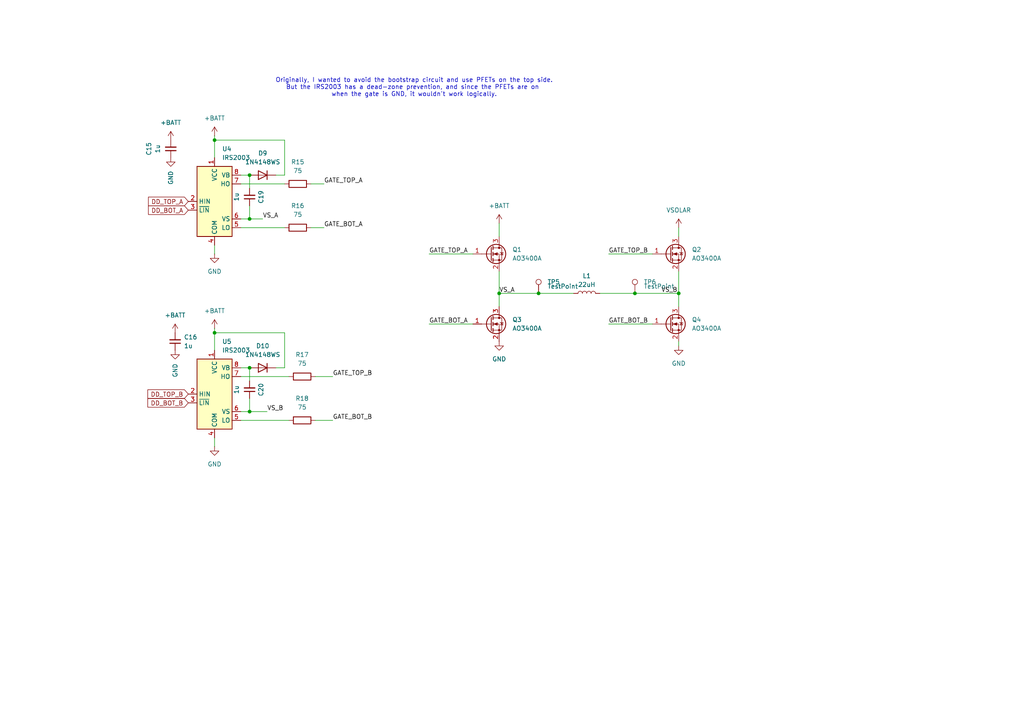
<source format=kicad_sch>
(kicad_sch (version 20231120) (generator "eeschema") (generator_version "8.0")
  (paper "A4")
  (lib_symbols
    (symbol "Connector:TestPoint" (pin_numbers hide) (pin_names (offset 0.762) hide)
      (property "Reference" "TP" (at 0 6.858 0))
      (property "Value" "TestPoint" (at 0 5.08 0))
      (symbol "TestPoint_0_1"
        (circle (center 0 3.302) (radius 0.762))
      )
      (symbol "TestPoint_1_1"
        (pin passive line (at 0 0 90) (length 2.54) (name "1") (number "1"))
      )
    )
    (symbol "Device:C_Small" (pin_numbers hide) (pin_names (offset 0.254) hide)
      (property "Reference" "C" (at 0.254 1.778 0))
      (property "Value" "C_Small" (at 0.254 -2.032 0))
      (symbol "C_Small_0_1"
        (polyline (pts (xy -1.524 -0.508) (xy 1.524 -0.508)) (stroke (width 0.3302)))
        (polyline (pts (xy -1.524 0.508) (xy 1.524 0.508)) (stroke (width 0.3048)))
      )
      (symbol "C_Small_1_1"
        (pin passive line (at 0 2.54 270) (length 2.032) (name "~") (number "1"))
        (pin passive line (at 0 -2.54 90) (length 2.032) (name "~") (number "2"))
      )
    )
    (symbol "Device:L" (pin_numbers hide) (pin_names (offset 1.016) hide)
      (property "Reference" "L" (at -1.27 0 90))
      (property "Value" "L" (at 1.905 0 90))
      (symbol "L_0_1"
        (arc (start 0 -2.54) (mid 0.6323 -1.905) (end 0 -1.27))
        (arc (start 0 -1.27) (mid 0.6323 -0.635) (end 0 0))
        (arc (start 0 0) (mid 0.6323 0.635) (end 0 1.27))
        (arc (start 0 1.27) (mid 0.6323 1.905) (end 0 2.54))
      )
      (symbol "L_1_1"
        (pin passive line (at 0 3.81 270) (length 1.27) (name "1") (number "1"))
        (pin passive line (at 0 -3.81 90) (length 1.27) (name "2") (number "2"))
      )
    )
    (symbol "Device:R" (pin_numbers hide) (pin_names (offset 0))
      (property "Reference" "R" (at 2.032 0 90))
      (property "Value" "R" (at 0 0 90))
      (symbol "R_0_1"
        (rectangle (start -1.016 -2.54) (end 1.016 2.54) (stroke (width 0.254)))
      )
      (symbol "R_1_1"
        (pin passive line (at 0 3.81 270) (length 1.27) (name "~") (number "1"))
        (pin passive line (at 0 -3.81 90) (length 1.27) (name "~") (number "2"))
      )
    )
    (symbol "Diode:1N4148WS" (pin_numbers hide) (pin_names hide)
      (property "Reference" "D" (at 0 2.54 0))
      (property "Value" "1N4148WS" (at 0 -2.54 0))
      (symbol "1N4148WS_0_1"
        (polyline (pts (xy -1.27 1.27) (xy -1.27 -1.27)) (stroke (width 0.254)))
        (polyline (pts (xy 1.27 0) (xy -1.27 0)))
        (polyline (pts (xy 1.27 1.27) (xy 1.27 -1.27) (xy -1.27 0) (xy 1.27 1.27)) (stroke (width 0.254)))
      )
      (symbol "1N4148WS_1_1"
        (pin passive line (at -3.81 0 0) (length 2.54) (name "K") (number "1"))
        (pin passive line (at 3.81 0 180) (length 2.54) (name "A") (number "2"))
      )
    )
    (symbol "Driver_FET:IRS2003"
      (property "Reference" "U" (at 1.27 13.335 0))
      (property "Value" "IRS2003" (at 1.27 11.43 0))
      (symbol "IRS2003_0_1"
        (rectangle (start -5.08 -10.16) (end 5.08 10.16) (stroke (width 0.254)) (fill (type background)))
      )
      (symbol "IRS2003_1_1"
        (pin power_in line (at 0 12.7 270) (length 2.54) (name "VCC") (number "1"))
        (pin input line (at -7.62 0 0) (length 2.54) (name "HIN") (number "2"))
        (pin input line (at -7.62 -2.54 0) (length 2.54) (name "~{LIN}") (number "3"))
        (pin power_in line (at 0 -12.7 90) (length 2.54) (name "COM") (number "4"))
        (pin output line (at 7.62 -7.62 180) (length 2.54) (name "LO") (number "5"))
        (pin passive line (at 7.62 -5.08 180) (length 2.54) (name "VS") (number "6"))
        (pin output line (at 7.62 5.08 180) (length 2.54) (name "HO") (number "7"))
        (pin passive line (at 7.62 7.62 180) (length 2.54) (name "VB") (number "8"))
      )
    )
    (symbol "Transistor_FET:AO3400A" (pin_names hide)
      (property "Reference" "Q" (at 5.08 1.905 0))
      (property "Value" "AO3400A" (at 5.08 0 0))
      (symbol "AO3400A_0_1"
        (polyline (pts (xy 0.254 0) (xy -2.54 0)))
        (polyline (pts (xy 0.254 1.905) (xy 0.254 -1.905)) (stroke (width 0.254)))
        (polyline (pts (xy 0.762 -1.27) (xy 0.762 -2.286)) (stroke (width 0.254)))
        (polyline (pts (xy 0.762 0.508) (xy 0.762 -0.508)) (stroke (width 0.254)))
        (polyline (pts (xy 0.762 2.286) (xy 0.762 1.27)) (stroke (width 0.254)))
        (polyline (pts (xy 2.54 2.54) (xy 2.54 1.778)))
        (polyline (pts (xy 2.54 -2.54) (xy 2.54 0) (xy 0.762 0)))
        (polyline (pts (xy 0.762 -1.778) (xy 3.302 -1.778) (xy 3.302 1.778) (xy 0.762 1.778)))
        (polyline (pts (xy 1.016 0) (xy 2.032 0.381) (xy 2.032 -0.381) (xy 1.016 0)) (fill (type outline)))
        (polyline (pts (xy 2.794 0.508) (xy 2.921 0.381) (xy 3.683 0.381) (xy 3.81 0.254)))
        (polyline (pts (xy 3.302 0.381) (xy 2.921 -0.254) (xy 3.683 -0.254) (xy 3.302 0.381)))
        (circle (center 1.651 0) (radius 2.794) (stroke (width 0.254)))
        (circle (center 2.54 -1.778) (radius 0.254) (fill (type outline)))
        (circle (center 2.54 1.778) (radius 0.254) (fill (type outline)))
      )
      (symbol "AO3400A_1_1"
        (pin input line (at -5.08 0 0) (length 2.54) (name "G") (number "1"))
        (pin passive line (at 2.54 -5.08 90) (length 2.54) (name "S") (number "2"))
        (pin passive line (at 2.54 5.08 270) (length 2.54) (name "D") (number "3"))
      )
    )
    (symbol "power:+BATT" (power) (pin_numbers hide) (pin_names (offset 0) hide)
      (property "Value" "+BATT" (at 0 3.556 0))
      (symbol "+BATT_0_1"
        (polyline (pts (xy -0.762 1.27) (xy 0 2.54)))
        (polyline (pts (xy 0 0) (xy 0 2.54)))
        (polyline (pts (xy 0 2.54) (xy 0.762 1.27)))
      )
      (symbol "+BATT_1_1"
        (pin power_in line (at 0 0 90) (length 0) (name "~") (number "1"))
      )
    )
    (symbol "power:GND" (power) (pin_numbers hide) (pin_names (offset 0) hide)
      (property "Value" "GND" (at 0 -3.81 0))
      (symbol "GND_0_1"
        (polyline (pts (xy 0 0) (xy 0 -1.27) (xy 1.27 -1.27) (xy 0 -2.54) (xy -1.27 -1.27) (xy 0 -1.27)))
      )
      (symbol "GND_1_1"
        (pin power_in line (at 0 0 270) (length 0) (name "~") (number "1"))
      )
    )
    (symbol "power:VPP" (power) (pin_numbers hide) (pin_names (offset 0) hide)
      (property "Value" "VPP" (at 0 3.556 0))
      (symbol "VPP_0_1"
        (polyline (pts (xy -0.762 1.27) (xy 0 2.54)))
        (polyline (pts (xy 0 0) (xy 0 2.54)))
        (polyline (pts (xy 0 2.54) (xy 0.762 1.27)))
      )
      (symbol "VPP_1_1"
        (pin power_in line (at 0 0 90) (length 0) (name "~") (number "1"))
      )
    )
  )
  (junction (at 72.39 63.5))
  (junction (at 184.15 85.09))
  (junction (at 144.78 85.09))
  (junction (at 72.39 106.68))
  (junction (at 62.23 40.64))
  (junction (at 156.21 85.09))
  (junction (at 196.85 85.09))
  (junction (at 72.39 119.38))
  (junction (at 62.23 96.52))
  (junction (at 72.39 50.8))
  (wire (pts (xy 62.23 73.66) (xy 62.23 71.12)))
  (wire (pts (xy 196.85 99.06) (xy 196.85 100.33)))
  (wire (pts (xy 62.23 40.64) (xy 62.23 45.72)))
  (wire (pts (xy 124.46 93.98) (xy 137.16 93.98)))
  (wire (pts (xy 90.17 53.34) (xy 93.98 53.34)))
  (wire (pts (xy 83.82 121.92) (xy 69.85 121.92)))
  (wire (pts (xy 72.39 54.61) (xy 72.39 50.8)))
  (wire (pts (xy 76.2 63.5) (xy 72.39 63.5)))
  (wire (pts (xy 72.39 50.8) (xy 69.85 50.8)))
  (wire (pts (xy 77.47 119.38) (xy 72.39 119.38)))
  (wire (pts (xy 144.78 85.09) (xy 144.78 88.9)))
  (wire (pts (xy 69.85 106.68) (xy 72.39 106.68)))
  (wire (pts (xy 82.55 50.8) (xy 82.55 40.64)))
  (wire (pts (xy 72.39 59.69) (xy 72.39 63.5)))
  (wire (pts (xy 82.55 106.68) (xy 82.55 96.52)))
  (wire (pts (xy 196.85 85.09) (xy 196.85 88.9)))
  (wire (pts (xy 90.17 66.04) (xy 93.98 66.04)))
  (wire (pts (xy 184.15 85.09) (xy 196.85 85.09)))
  (wire (pts (xy 72.39 119.38) (xy 69.85 119.38)))
  (wire (pts (xy 91.44 109.22) (xy 96.52 109.22)))
  (wire (pts (xy 173.99 85.09) (xy 184.15 85.09)))
  (wire (pts (xy 80.01 106.68) (xy 82.55 106.68)))
  (wire (pts (xy 196.85 66.04) (xy 196.85 68.58)))
  (wire (pts (xy 144.78 64.77) (xy 144.78 68.58)))
  (wire (pts (xy 62.23 39.37) (xy 62.23 40.64)))
  (wire (pts (xy 82.55 53.34) (xy 69.85 53.34)))
  (wire (pts (xy 62.23 96.52) (xy 62.23 101.6)))
  (wire (pts (xy 82.55 96.52) (xy 62.23 96.52)))
  (wire (pts (xy 62.23 95.25) (xy 62.23 96.52)))
  (wire (pts (xy 72.39 106.68) (xy 72.39 110.49)))
  (wire (pts (xy 80.01 50.8) (xy 82.55 50.8)))
  (wire (pts (xy 144.78 85.09) (xy 156.21 85.09)))
  (wire (pts (xy 144.78 78.74) (xy 144.78 85.09)))
  (wire (pts (xy 72.39 115.57) (xy 72.39 119.38)))
  (wire (pts (xy 82.55 66.04) (xy 69.85 66.04)))
  (wire (pts (xy 72.39 63.5) (xy 69.85 63.5)))
  (wire (pts (xy 196.85 78.74) (xy 196.85 85.09)))
  (wire (pts (xy 91.44 121.92) (xy 96.52 121.92)))
  (wire (pts (xy 156.21 85.09) (xy 166.37 85.09)))
  (wire (pts (xy 124.46 73.66) (xy 137.16 73.66)))
  (wire (pts (xy 176.53 93.98) (xy 189.23 93.98)))
  (wire (pts (xy 83.82 109.22) (xy 69.85 109.22)))
  (wire (pts (xy 82.55 40.64) (xy 62.23 40.64)))
  (wire (pts (xy 62.23 129.54) (xy 62.23 127)))
  (wire (pts (xy 176.53 73.66) (xy 189.23 73.66)))
  (text "Originally, I wanted to avoid the bootstrap circuit and use PFETs on the top side.\nBut the IRS2003 has a dead-zone prevention, and since the PFETs are on \nwhen the gate is GND, it wouldn't work logically." (at 120.142 25.4 0) (effects (font (size 1.27 1.27))))
  (label "GATE_TOP_A" (at 124.46 73.66 0))
  (label "GATE_TOP_B" (at 176.53 73.66 0))
  (label "VS_B" (at 191.77 85.09 0))
  (label "GATE_TOP_A" (at 93.98 53.34 0))
  (label "GATE_BOT_B" (at 96.52 121.92 0))
  (label "VS_A" (at 76.2 63.5 0))
  (label "GATE_BOT_A" (at 124.46 93.98 0))
  (label "VS_B" (at 77.47 119.38 0))
  (label "GATE_BOT_A" (at 93.98 66.04 0))
  (label "GATE_BOT_B" (at 176.53 93.98 0))
  (label "VS_A" (at 144.78 85.09 0))
  (label "GATE_TOP_B" (at 96.52 109.22 0))
  (global_label "DD_TOP_B" (shape input) (at 54.61 114.3 180) (property "Intersheetrefs" "${INTERSHEET_REFS}" (effects (hide yes))))
  (global_label "DD_BOT_A" (shape input) (at 54.61 60.96 180) (property "Intersheetrefs" "${INTERSHEET_REFS}" (effects (hide yes))))
  (global_label "DD_TOP_A" (shape input) (at 54.61 58.42 180) (property "Intersheetrefs" "${INTERSHEET_REFS}" (effects (hide yes))))
  (global_label "DD_BOT_B" (shape input) (at 54.61 116.84 180) (property "Intersheetrefs" "${INTERSHEET_REFS}" (effects (hide yes))))
  (symbol (lib_id "Connector:TestPoint") (at 156.21 85.09 0) (unit 1)
    (property "Reference" "TP5" (at 158.75 81.7879 0) (effects (justify left)))
    (property "Value" "TestPoint" (at 158.75 83.0579 0) (effects (justify left)))
    (property "Footprint" "TestPoint:TestPoint_Loop_D2.60mm_Drill1.6mm_Beaded" (effects (hide yes)))
    (property "Description" "test point" (effects (hide yes)))
  )
  (symbol (lib_id "Device:R") (at 87.63 109.22 90) (unit 1)
    (property "Reference" "R17" (at 87.63 102.87 90))
    (property "Value" "75" (at 87.63 105.41 90))
    (property "Footprint" "Resistor_SMD:R_0603_1608Metric" (effects (hide yes)))
    (property "Description" "Resistor" (effects (hide yes)))
    (property "LCSC_Code" "C4275" (effects (hide yes)))
  )
  (symbol (lib_id "power:+BATT") (at 62.23 95.25 0) (unit 1)
    (property "Reference" "#PWR036" (effects (hide yes)))
    (property "Value" "+BATT" (at 62.23 90.17 0))
    (property "Description" "Power symbol creates a global label with name \"+BATT\"" (effects (hide yes)))
  )
  (symbol (lib_id "Device:C_Small") (at 72.39 113.03 180) (unit 1)
    (property "Reference" "C20" (at 75.692 113.03 90))
    (property "Value" "1u" (at 68.58 113.0237 90))
    (property "Footprint" "Capacitor_SMD:C_0603_1608Metric" (effects (hide yes)))
    (property "Description" "Unpolarized capacitor, small symbol" (effects (hide yes)))
    (property "LCSC_Code" "C15849" (effects (hide yes)))
  )
  (symbol (lib_id "Device:L") (at 170.18 85.09 90) (unit 1)
    (property "Reference" "L1" (at 170.18 80.01 90))
    (property "Value" "22uH" (at 170.18 82.55 90))
    (property "Footprint" "JakeLib:YSPI0630A" (effects (hide yes)))
    (property "Description" "Inductor" (effects (hide yes)))
    (property "LCSC_Code" "C497873" (effects (hide yes)))
  )
  (symbol (lib_id "power:GND") (at 49.53 45.72 0) (unit 1)
    (property "Reference" "#PWR032" (effects (hide yes)))
    (property "Value" "GND" (at 49.5299 49.53 90) (effects (justify right)))
    (property "Description" "Power symbol creates a global label with name \"GND\" , ground" (effects (hide yes)))
  )
  (symbol (lib_id "power:GND") (at 62.23 73.66 0) (unit 1)
    (property "Reference" "#PWR035" (effects (hide yes)))
    (property "Value" "GND" (at 62.23 78.74 0))
    (property "Description" "Power symbol creates a global label with name \"GND\" , ground" (effects (hide yes)))
  )
  (symbol (lib_id "Device:C_Small") (at 50.8 99.06 180) (unit 1)
    (property "Reference" "C16" (at 53.34 97.7835 0) (effects (justify right)))
    (property "Value" "1u" (at 53.34 100.3235 0) (effects (justify right)))
    (property "Footprint" "Capacitor_SMD:C_0603_1608Metric" (effects (hide yes)))
    (property "Description" "Unpolarized capacitor, small symbol" (effects (hide yes)))
    (property "LCSC_Code" "C15849" (effects (hide yes)))
  )
  (symbol (lib_id "power:+BATT") (at 50.8 96.52 0) (unit 1)
    (property "Reference" "#PWR037" (effects (hide yes)))
    (property "Value" "+BATT" (at 50.8 91.44 0))
    (property "Description" "Power symbol creates a global label with name \"+BATT\"" (effects (hide yes)))
  )
  (symbol (lib_id "power:GND") (at 144.78 99.06 0) (unit 1)
    (property "Reference" "#PWR038" (effects (hide yes)))
    (property "Value" "GND" (at 144.78 104.14 0))
    (property "Description" "Power symbol creates a global label with name \"GND\" , ground" (effects (hide yes)))
  )
  (symbol (lib_id "power:+BATT") (at 62.23 39.37 0) (unit 1)
    (property "Reference" "#PWR030" (effects (hide yes)))
    (property "Value" "+BATT" (at 62.23 34.29 0))
    (property "Description" "Power symbol creates a global label with name \"+BATT\"" (effects (hide yes)))
  )
  (symbol (lib_id "power:GND") (at 50.8 101.6 0) (unit 1)
    (property "Reference" "#PWR040" (effects (hide yes)))
    (property "Value" "GND" (at 50.7999 105.41 90) (effects (justify right)))
    (property "Description" "Power symbol creates a global label with name \"GND\" , ground" (effects (hide yes)))
  )
  (symbol (lib_id "power:GND") (at 62.23 129.54 0) (unit 1)
    (property "Reference" "#PWR041" (effects (hide yes)))
    (property "Value" "GND" (at 62.23 134.62 0))
    (property "Description" "Power symbol creates a global label with name \"GND\" , ground" (effects (hide yes)))
  )
  (symbol (lib_id "Device:R") (at 86.36 53.34 90) (unit 1)
    (property "Reference" "R15" (at 86.36 46.99 90))
    (property "Value" "75" (at 86.36 49.53 90))
    (property "Footprint" "Resistor_SMD:R_0603_1608Metric" (effects (hide yes)))
    (property "Description" "Resistor" (effects (hide yes)))
    (property "LCSC_Code" "C4275" (effects (hide yes)))
  )
  (symbol (lib_id "Device:C_Small") (at 49.53 43.18 180) (unit 1)
    (property "Reference" "C15" (at 43.18 43.1737 90))
    (property "Value" "1u" (at 45.72 43.1737 90))
    (property "Footprint" "Capacitor_SMD:C_0603_1608Metric" (effects (hide yes)))
    (property "Description" "Unpolarized capacitor, small symbol" (effects (hide yes)))
    (property "LCSC_Code" "C15849" (effects (hide yes)))
  )
  (symbol (lib_id "Connector:TestPoint") (at 184.15 85.09 0) (unit 1)
    (property "Reference" "TP6" (at 186.69 81.7879 0) (effects (justify left)))
    (property "Value" "TestPoint" (at 186.69 83.0579 0) (effects (justify left)))
    (property "Footprint" "TestPoint:TestPoint_Loop_D2.60mm_Drill1.6mm_Beaded" (effects (hide yes)))
    (property "Description" "test point" (effects (hide yes)))
  )
  (symbol (lib_id "Transistor_FET:AO3400A") (at 142.24 73.66 0) (unit 1)
    (property "Reference" "Q1" (at 148.59 72.3899 0) (effects (justify left)))
    (property "Value" "AO3400A" (at 148.59 74.9299 0) (effects (justify left)))
    (property "Footprint" "Package_TO_SOT_SMD:SOT-23" (effects (hide yes)))
    (property "Datasheet" "http://www.aosmd.com/pdfs/datasheet/AO3400A.pdf" (effects (hide yes)))
    (property "Description" "30V Vds, 5.7A Id, N-Channel MOSFET, SOT-23" (effects (hide yes)))
    (property "LCSC_Code" "C20917" (effects (hide yes)))
  )
  (symbol (lib_id "Driver_FET:IRS2003") (at 62.23 58.42 0) (unit 1)
    (property "Reference" "U4" (at 64.4241 43.18 0) (effects (justify left)))
    (property "Value" "IRS2003" (at 64.4241 45.72 0) (effects (justify left)))
    (property "Footprint" "Package_SO:SOIC-8_3.9x4.9mm_P1.27mm" (effects (hide yes)))
    (property "Datasheet" "https://www.infineon.com/dgdl/irs2003pbf.pdf?fileId=5546d462533600a401535675afec2780" (effects (hide yes)))
    (property "Description" "Half-Bridge Driver, 200V, 290/600mA, PDIP-8/SOIC-8" (effects (hide yes)))
    (property "LCSC_Code" "C40009" (effects (hide yes)))
  )
  (symbol (lib_id "Device:C_Small") (at 72.39 57.15 180) (unit 1)
    (property "Reference" "C19" (at 75.692 57.15 90))
    (property "Value" "1u" (at 68.58 57.1437 90))
    (property "Footprint" "Capacitor_SMD:C_0603_1608Metric" (effects (hide yes)))
    (property "Description" "Unpolarized capacitor, small symbol" (effects (hide yes)))
    (property "LCSC_Code" "C15849" (effects (hide yes)))
  )
  (symbol (lib_id "Driver_FET:IRS2003") (at 62.23 114.3 0) (unit 1)
    (property "Reference" "U5" (at 64.4241 99.06 0) (effects (justify left)))
    (property "Value" "IRS2003" (at 64.4241 101.6 0) (effects (justify left)))
    (property "Footprint" "Package_SO:SOIC-8_3.9x4.9mm_P1.27mm" (effects (hide yes)))
    (property "Datasheet" "https://www.infineon.com/dgdl/irs2003pbf.pdf?fileId=5546d462533600a401535675afec2780" (effects (hide yes)))
    (property "Description" "Half-Bridge Driver, 200V, 290/600mA, PDIP-8/SOIC-8" (effects (hide yes)))
    (property "LCSC_Code" "C40009" (effects (hide yes)))
  )
  (symbol (lib_id "Diode:1N4148WS") (at 76.2 106.68 180) (unit 1)
    (property "Reference" "D10" (at 76.2 100.33 0))
    (property "Value" "1N4148WS" (at 76.2 102.87 0))
    (property "Footprint" "Diode_SMD:D_SOD-323" (effects (hide yes)))
    (property "Datasheet" "https://www.vishay.com/docs/85751/1n4148ws.pdf" (effects (hide yes)))
    (property "Description" "75V 0.15A Fast switching Diode, SOD-323" (effects (hide yes)))
    (property "Sim.Device" "D" (effects (hide yes)))
    (property "Sim.Pins" "1=K 2=A" (effects (hide yes)))
    (property "LCSC_Code" "C2128" (effects (hide yes)))
  )
  (symbol (lib_id "power:+BATT") (at 144.78 64.77 0) (unit 1)
    (property "Reference" "#PWR033" (effects (hide yes)))
    (property "Value" "+BATT" (at 144.78 59.69 0))
    (property "Description" "Power symbol creates a global label with name \"+BATT\"" (effects (hide yes)))
  )
  (symbol (lib_id "Transistor_FET:AO3400A") (at 142.24 93.98 0) (unit 1)
    (property "Reference" "Q3" (at 148.59 92.7099 0) (effects (justify left)))
    (property "Value" "AO3400A" (at 148.59 95.2499 0) (effects (justify left)))
    (property "Footprint" "Package_TO_SOT_SMD:SOT-23" (effects (hide yes)))
    (property "Datasheet" "http://www.aosmd.com/pdfs/datasheet/AO3400A.pdf" (effects (hide yes)))
    (property "Description" "30V Vds, 5.7A Id, N-Channel MOSFET, SOT-23" (effects (hide yes)))
    (property "LCSC_Code" "C20917" (effects (hide yes)))
  )
  (symbol (lib_id "Device:R") (at 87.63 121.92 90) (unit 1)
    (property "Reference" "R18" (at 87.63 115.57 90))
    (property "Value" "75" (at 87.63 118.11 90))
    (property "Footprint" "Resistor_SMD:R_0603_1608Metric" (effects (hide yes)))
    (property "Description" "Resistor" (effects (hide yes)))
    (property "LCSC_Code" "C4275" (effects (hide yes)))
  )
  (symbol (lib_id "Transistor_FET:AO3400A") (at 194.31 93.98 0) (unit 1)
    (property "Reference" "Q4" (at 200.66 92.7099 0) (effects (justify left)))
    (property "Value" "AO3400A" (at 200.66 95.2499 0) (effects (justify left)))
    (property "Footprint" "Package_TO_SOT_SMD:SOT-23" (effects (hide yes)))
    (property "Datasheet" "http://www.aosmd.com/pdfs/datasheet/AO3400A.pdf" (effects (hide yes)))
    (property "Description" "30V Vds, 5.7A Id, N-Channel MOSFET, SOT-23" (effects (hide yes)))
    (property "LCSC_Code" "C20917" (effects (hide yes)))
  )
  (symbol (lib_id "power:+BATT") (at 49.53 40.64 0) (unit 1)
    (property "Reference" "#PWR031" (effects (hide yes)))
    (property "Value" "+BATT" (at 49.53 35.56 0))
    (property "Description" "Power symbol creates a global label with name \"+BATT\"" (effects (hide yes)))
  )
  (symbol (lib_id "Transistor_FET:AO3400A") (at 194.31 73.66 0) (unit 1)
    (property "Reference" "Q2" (at 200.66 72.3899 0) (effects (justify left)))
    (property "Value" "AO3400A" (at 200.66 74.9299 0) (effects (justify left)))
    (property "Footprint" "Package_TO_SOT_SMD:SOT-23" (effects (hide yes)))
    (property "Datasheet" "http://www.aosmd.com/pdfs/datasheet/AO3400A.pdf" (effects (hide yes)))
    (property "Description" "30V Vds, 5.7A Id, N-Channel MOSFET, SOT-23" (effects (hide yes)))
    (property "LCSC_Code" "C20917" (effects (hide yes)))
  )
  (symbol (lib_id "power:GND") (at 196.85 100.33 0) (unit 1)
    (property "Reference" "#PWR039" (effects (hide yes)))
    (property "Value" "GND" (at 196.85 105.41 0))
    (property "Description" "Power symbol creates a global label with name \"GND\" , ground" (effects (hide yes)))
  )
  (symbol (lib_id "power:VPP") (at 196.85 66.04 0) (unit 1)
    (property "Reference" "#PWR034" (effects (hide yes)))
    (property "Value" "VSOLAR" (at 196.85 60.96 0))
    (property "Description" "Power symbol creates a global label with name \"VPP\"" (effects (hide yes)))
  )
  (symbol (lib_id "Device:R") (at 86.36 66.04 90) (unit 1)
    (property "Reference" "R16" (at 86.36 59.69 90))
    (property "Value" "75" (at 86.36 62.23 90))
    (property "Footprint" "Resistor_SMD:R_0603_1608Metric" (effects (hide yes)))
    (property "Description" "Resistor" (effects (hide yes)))
    (property "LCSC_Code" "C4275" (effects (hide yes)))
  )
  (symbol (lib_id "Diode:1N4148WS") (at 76.2 50.8 180) (unit 1)
    (property "Reference" "D9" (at 76.2 44.45 0))
    (property "Value" "1N4148WS" (at 76.2 46.99 0))
    (property "Footprint" "Diode_SMD:D_SOD-323" (effects (hide yes)))
    (property "Datasheet" "https://www.vishay.com/docs/85751/1n4148ws.pdf" (effects (hide yes)))
    (property "Description" "75V 0.15A Fast switching Diode, SOD-323" (effects (hide yes)))
    (property "Sim.Device" "D" (effects (hide yes)))
    (property "Sim.Pins" "1=K 2=A" (effects (hide yes)))
    (property "LCSC_Code" "C2128" (effects (hide yes)))
  )
)
</source>
